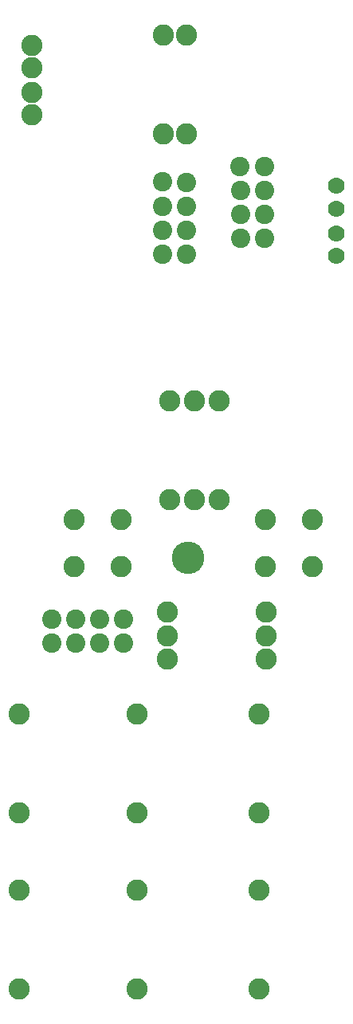
<source format=gbr>
G04 DesignSpark PCB Gerber Version 9.0 Build 5138 *
%FSLAX35Y35*%
%MOMM*%
%ADD71C,1.77800*%
%ADD138C,2.05400*%
%ADD20C,2.25400*%
%ADD130C,3.45400*%
X0Y0D02*
D02*
D71*
X3560240Y8202740D03*
Y8442740D03*
Y8702740D03*
Y8947740D03*
D02*
D20*
X190240Y413240D03*
Y1463240D03*
Y2288240D03*
Y3338240D03*
X322740Y9697740D03*
Y9937740D03*
Y10197740D03*
Y10437740D03*
X773240Y4903740D03*
Y5403740D03*
X1273240Y4903740D03*
Y5403740D03*
X1440240Y413240D03*
Y1463240D03*
Y2288240D03*
Y3338240D03*
X1722740Y9498240D03*
Y10548240D03*
X1763240Y3915240D03*
Y4165240D03*
Y4415240D03*
X1790240Y5613240D03*
Y6663240D03*
X1972740Y9498240D03*
Y10548240D03*
X2052740Y5613240D03*
Y6663240D03*
X2315240Y5613240D03*
Y6663240D03*
X2740240Y413240D03*
Y1463240D03*
Y2288240D03*
Y3338240D03*
X2805240Y4903740D03*
Y5403740D03*
X2813240Y3915240D03*
Y4165240D03*
Y4415240D03*
X3305240Y4903740D03*
Y5403740D03*
D02*
D130*
X1990240Y4990240D03*
D02*
D138*
X535740Y4084740D03*
Y4338740D03*
X789740Y4084740D03*
Y4338740D03*
X1043740Y4084740D03*
Y4338740D03*
X1297740Y4084740D03*
X1299240Y4340240D03*
X1717740Y8986740D03*
X1719240Y8223240D03*
Y8477240D03*
Y8731240D03*
X1973240Y8223240D03*
Y8477240D03*
Y8731240D03*
Y8985240D03*
X2540240Y9149240D03*
X2541740Y8385740D03*
Y8639740D03*
Y8893740D03*
X2795740Y8385740D03*
Y8639740D03*
Y8893740D03*
Y9147740D03*
X0Y0D02*
M02*

</source>
